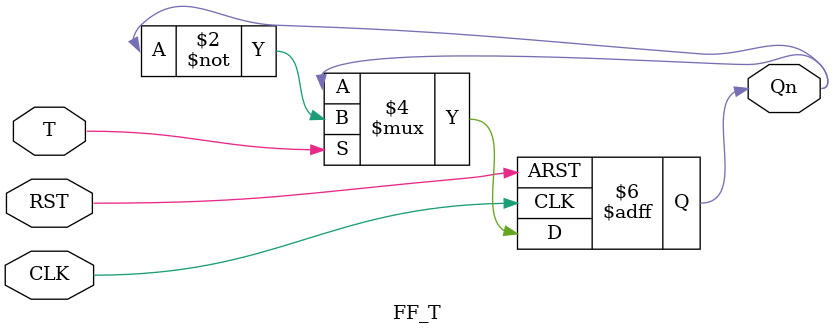
<source format=v>
`timescale 1ns / 1ps


module FF_T(CLK, T, RST, Qn
    );
    input CLK, RST, T;
    output reg Qn;
    
    always @(posedge CLK or posedge RST)
        if (RST) begin
            Qn <= 1'b1;
        end 
        else if(T) begin
            Qn <= ~Qn;
        end 
        else begin
            Qn <= Qn;
        end
  
endmodule

</source>
